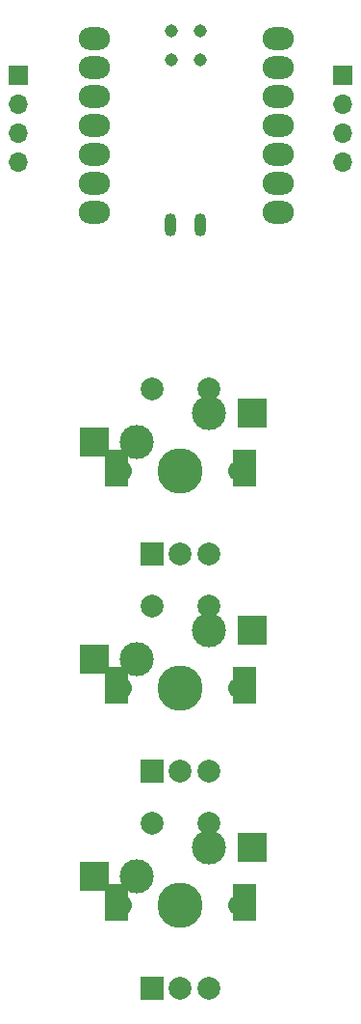
<source format=gbr>
%TF.GenerationSoftware,KiCad,Pcbnew,(6.0.4-0)*%
%TF.CreationDate,2022-07-29T07:15:44-05:00*%
%TF.ProjectId,knoblin3,6b6e6f62-6c69-46e3-932e-6b696361645f,rev?*%
%TF.SameCoordinates,Original*%
%TF.FileFunction,Soldermask,Bot*%
%TF.FilePolarity,Negative*%
%FSLAX46Y46*%
G04 Gerber Fmt 4.6, Leading zero omitted, Abs format (unit mm)*
G04 Created by KiCad (PCBNEW (6.0.4-0)) date 2022-07-29 07:15:44*
%MOMM*%
%LPD*%
G01*
G04 APERTURE LIST*
%ADD10R,2.000000X2.000000*%
%ADD11C,2.000000*%
%ADD12R,2.000000X3.200000*%
%ADD13C,3.987800*%
%ADD14C,3.000000*%
%ADD15C,1.701800*%
%ADD16R,2.550000X2.500000*%
%ADD17R,1.700000X1.700000*%
%ADD18O,1.700000X1.700000*%
%ADD19O,2.748280X1.998980*%
%ADD20O,1.016000X2.032000*%
%ADD21C,1.143000*%
G04 APERTURE END LIST*
D10*
%TO.C,SW2*%
X135612500Y-102500000D03*
D11*
X140612500Y-102500000D03*
X138112500Y-102500000D03*
D12*
X132512500Y-95000000D03*
X143712500Y-95000000D03*
D11*
X140612500Y-88000000D03*
X135612500Y-88000000D03*
%TD*%
D10*
%TO.C,SW1*%
X135612500Y-83450000D03*
D11*
X140612500Y-83450000D03*
X138112500Y-83450000D03*
D12*
X132512500Y-75950000D03*
X143712500Y-75950000D03*
D11*
X140612500Y-68950000D03*
X135612500Y-68950000D03*
%TD*%
D10*
%TO.C,SW3*%
X135612500Y-121550000D03*
D11*
X140612500Y-121550000D03*
X138112500Y-121550000D03*
D12*
X143712500Y-114050000D03*
X132512500Y-114050000D03*
D11*
X140612500Y-107050000D03*
X135612500Y-107050000D03*
%TD*%
D13*
%TO.C,SW6*%
X138112500Y-114300000D03*
D14*
X134302500Y-111760000D03*
D15*
X143192500Y-114300000D03*
D14*
X140652500Y-109220000D03*
D15*
X133032500Y-114300000D03*
D16*
X144402500Y-109220000D03*
X130552500Y-111760000D03*
%TD*%
D17*
%TO.C,J2*%
X123850000Y-41443750D03*
D18*
X123850000Y-43983750D03*
X123850000Y-46523750D03*
X123850000Y-49063750D03*
%TD*%
D14*
%TO.C,SW4*%
X134302500Y-73660000D03*
X140652500Y-71120000D03*
D13*
X138112500Y-76200000D03*
D15*
X143192500Y-76200000D03*
X133032500Y-76200000D03*
D16*
X144402500Y-71120000D03*
X130552500Y-73660000D03*
%TD*%
D17*
%TO.C,J1*%
X152400000Y-41443750D03*
D18*
X152400000Y-43983750D03*
X152400000Y-46523750D03*
X152400000Y-49063750D03*
%TD*%
D15*
%TO.C,SW5*%
X133032500Y-95250000D03*
D14*
X134302500Y-92710000D03*
X140652500Y-90170000D03*
D15*
X143192500Y-95250000D03*
D13*
X138112500Y-95250000D03*
D16*
X144402500Y-90170000D03*
X130552500Y-92710000D03*
%TD*%
D19*
%TO.C,U1*%
X146687540Y-38244240D03*
X146687540Y-40784240D03*
X146687540Y-43324240D03*
X146687540Y-45864240D03*
X146687540Y-48404240D03*
X146687540Y-50944240D03*
X146687540Y-53484240D03*
X130522980Y-53484240D03*
X130522980Y-50944240D03*
X130522980Y-48404240D03*
X130522980Y-45864240D03*
X130522980Y-43324240D03*
X130522980Y-40784240D03*
X130522980Y-38244240D03*
D20*
X139820660Y-54562060D03*
X137270660Y-54562060D03*
D21*
X139821857Y-37557873D03*
X137281857Y-37557873D03*
X139821857Y-40097873D03*
X137281857Y-40097873D03*
%TD*%
M02*

</source>
